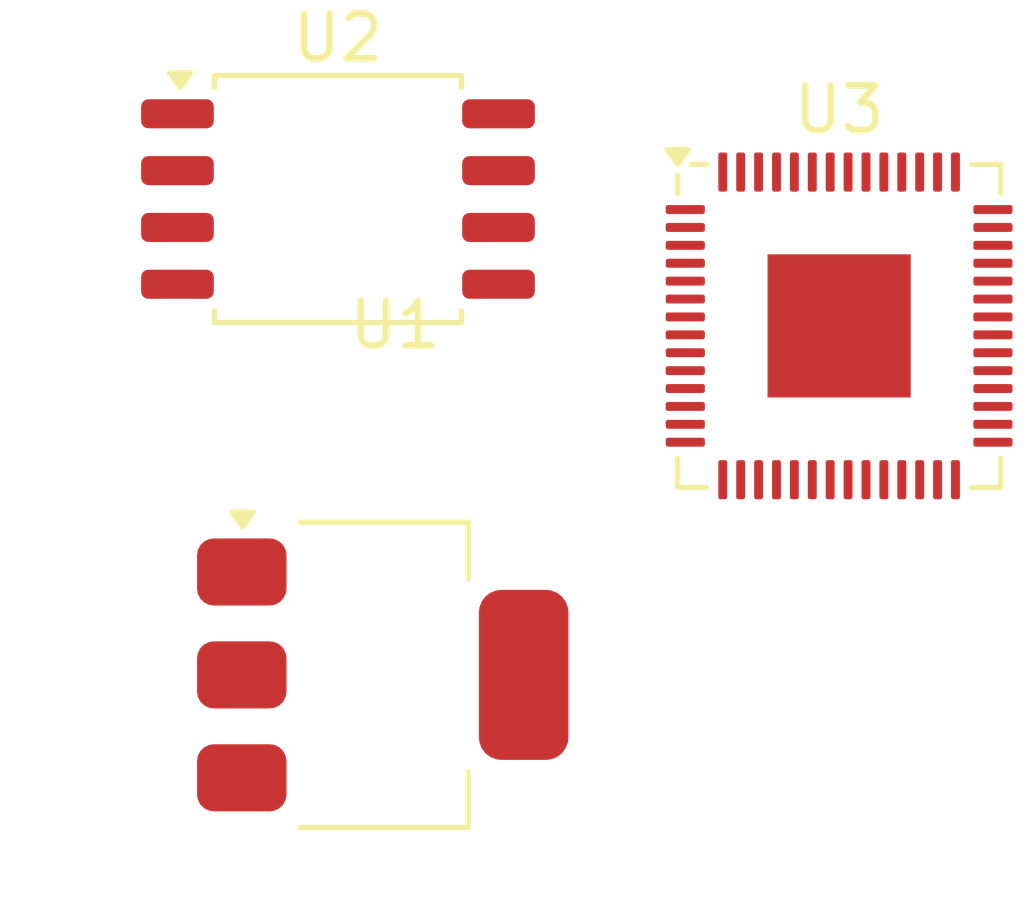
<source format=kicad_pcb>
(kicad_pcb (version 20241229) (generator "pcbnew") (generator_version "9.0")
  (layers (0 "F.Cu" signal) (2 "B.Cu" signal) (13 "F.Paste" user) (15 "B.Paste" user) (5 "F.SilkS" user "F.Silkscreen") (7 "B.SilkS" user "B.Silkscreen") (1 "F.Mask" user) (3 "B.Mask" user) (25 "Edge.Cuts" user))
  (net 0 "")
  (net 1 "VBUS")
  (net 2 "GND")
  (net 3 "+3.3V")
  (net 4 "/QSPI_SD1")
  (net 5 "/QSPI_DS3")
  (net 6 "/QSPI_SS")
  (net 7 "/QSPI_S2")
  (net 8 "/QSPI_SCLK")
  (net 9 "/QSPI_SD0")
  (net 10 "+1V1")
  (net 31 "Net-(U3-USB_DP)")
  (net 32 "Net-(U3-USB_DM)")
  (net 36 "/QSPI_SD3")
  (net 43 "/XOUT")
  (net 45 "/QSPI_SD2")
  (net 48 "/XIN")
  (footprint "Package_DFN_QFN:QFN-56-1EP_7x7mm_P0.4mm_EP3.2x3.2mm" (layer "F.Cu") (at 160.7 90.2)
    (property "Reference" "U3" (at 0 -4.83 0) (layer "F.SilkS"))
    (property "Value" "RP2040")
    (fp_line (start -3.61 -2.96) (end -3.61 -3.37) (stroke (width 0.12)) (layer "F.SilkS"))
    (fp_line (start -3.61 3.61) (end -3.61 2.96) (stroke (width 0.12)) (layer "F.SilkS"))
    (fp_line (start -2.96 -3.61) (end -3.31 -3.61) (stroke (width 0.12)) (layer "F.SilkS"))
    (fp_line (start -2.96 3.61) (end -3.61 3.61) (stroke (width 0.12)) (layer "F.SilkS"))
    (fp_line (start 2.96 -3.61) (end 3.61 -3.61) (stroke (width 0.12)) (layer "F.SilkS"))
    (fp_line (start 2.96 3.61) (end 3.61 3.61) (stroke (width 0.12)) (layer "F.SilkS"))
    (fp_line (start 3.61 -3.61) (end 3.61 -2.96) (stroke (width 0.12)) (layer "F.SilkS"))
    (fp_line (start 3.61 3.61) (end 3.61 2.96) (stroke (width 0.12)) (layer "F.SilkS"))
    (fp_poly (pts (xy -3.61 -3.61) (xy -3.85 -3.94) (xy -3.37 -3.94)) (stroke (width 0.12)) (fill yes) (layer "F.SilkS"))
    (pad "1" smd roundrect (at -3.4375 -2.6) (size 0.875 0.2) (layers "F.Cu" "F.Mask" "F.Paste") (net 3 "+3.3V"))
    (pad "2" smd roundrect (at -3.4375 -2.2) (size 0.875 0.2) (layers "F.Cu" "F.Mask" "F.Paste"))
    (pad "3" smd roundrect (at -3.4375 -1.8) (size 0.875 0.2) (layers "F.Cu" "F.Mask" "F.Paste"))
    (pad "4" smd roundrect (at -3.4375 -1.4) (size 0.875 0.2) (layers "F.Cu" "F.Mask" "F.Paste"))
    (pad "5" smd roundrect (at -3.4375 -1) (size 0.875 0.2) (layers "F.Cu" "F.Mask" "F.Paste"))
    (pad "6" smd roundrect (at -3.4375 -0.6) (size 0.875 0.2) (layers "F.Cu" "F.Mask" "F.Paste"))
    (pad "7" smd roundrect (at -3.4375 -0.2) (size 0.875 0.2) (layers "F.Cu" "F.Mask" "F.Paste"))
    (pad "8" smd roundrect (at -3.4375 0.2) (size 0.875 0.2) (layers "F.Cu" "F.Mask" "F.Paste"))
    (pad "9" smd roundrect (at -3.4375 0.6) (size 0.875 0.2) (layers "F.Cu" "F.Mask" "F.Paste"))
    (pad "10" smd roundrect (at -3.4375 1) (size 0.875 0.2) (layers "F.Cu" "F.Mask" "F.Paste") (net 3 "+3.3V"))
    (pad "11" smd roundrect (at -3.4375 1.4) (size 0.875 0.2) (layers "F.Cu" "F.Mask" "F.Paste"))
    (pad "12" smd roundrect (at -3.4375 1.8) (size 0.875 0.2) (layers "F.Cu" "F.Mask" "F.Paste"))
    (pad "13" smd roundrect (at -3.4375 2.2) (size 0.875 0.2) (layers "F.Cu" "F.Mask" "F.Paste"))
    (pad "14" smd roundrect (at -3.4375 2.6) (size 0.875 0.2) (layers "F.Cu" "F.Mask" "F.Paste"))
    (pad "15" smd roundrect (at -2.6 3.4375) (size 0.2 0.875) (layers "F.Cu" "F.Mask" "F.Paste"))
    (pad "16" smd roundrect (at -2.2 3.4375) (size 0.2 0.875) (layers "F.Cu" "F.Mask" "F.Paste"))
    (pad "17" smd roundrect (at -1.8 3.4375) (size 0.2 0.875) (layers "F.Cu" "F.Mask" "F.Paste"))
    (pad "18" smd roundrect (at -1.4 3.4375) (size 0.2 0.875) (layers "F.Cu" "F.Mask" "F.Paste"))
    (pad "19" smd roundrect (at -1 3.4375) (size 0.2 0.875) (layers "F.Cu" "F.Mask" "F.Paste") (net 2 "GND"))
    (pad "20" smd roundrect (at -0.6 3.4375) (size 0.2 0.875) (layers "F.Cu" "F.Mask" "F.Paste") (net 48 "/XIN"))
    (pad "21" smd roundrect (at -0.2 3.4375) (size 0.2 0.875) (layers "F.Cu" "F.Mask" "F.Paste") (net 43 "/XOUT"))
    (pad "22" smd roundrect (at 0.2 3.4375) (size 0.2 0.875) (layers "F.Cu" "F.Mask" "F.Paste") (net 3 "+3.3V"))
    (pad "23" smd roundrect (at 0.6 3.4375) (size 0.2 0.875) (layers "F.Cu" "F.Mask" "F.Paste") (net 10 "+1V1"))
    (pad "24" smd roundrect (at 1 3.4375) (size 0.2 0.875) (layers "F.Cu" "F.Mask" "F.Paste"))
    (pad "25" smd roundrect (at 1.4 3.4375) (size 0.2 0.875) (layers "F.Cu" "F.Mask" "F.Paste"))
    (pad "26" smd roundrect (at 1.8 3.4375) (size 0.2 0.875) (layers "F.Cu" "F.Mask" "F.Paste"))
    (pad "27" smd roundrect (at 2.2 3.4375) (size 0.2 0.875) (layers "F.Cu" "F.Mask" "F.Paste"))
    (pad "28" smd roundrect (at 2.6 3.4375) (size 0.2 0.875) (layers "F.Cu" "F.Mask" "F.Paste"))
    (pad "29" smd roundrect (at 3.4375 2.6) (size 0.875 0.2) (layers "F.Cu" "F.Mask" "F.Paste"))
    (pad "30" smd roundrect (at 3.4375 2.2) (size 0.875 0.2) (layers "F.Cu" "F.Mask" "F.Paste"))
    (pad "31" smd roundrect (at 3.4375 1.8) (size 0.875 0.2) (layers "F.Cu" "F.Mask" "F.Paste"))
    (pad "32" smd roundrect (at 3.4375 1.4) (size 0.875 0.2) (layers "F.Cu" "F.Mask" "F.Paste"))
    (pad "33" smd roundrect (at 3.4375 1) (size 0.875 0.2) (layers "F.Cu" "F.Mask" "F.Paste") (net 3 "+3.3V"))
    (pad "34" smd roundrect (at 3.4375 0.6) (size 0.875 0.2) (layers "F.Cu" "F.Mask" "F.Paste"))
    (pad "35" smd roundrect (at 3.4375 0.2) (size 0.875 0.2) (layers "F.Cu" "F.Mask" "F.Paste"))
    (pad "36" smd roundrect (at 3.4375 -0.2) (size 0.875 0.2) (layers "F.Cu" "F.Mask" "F.Paste"))
    (pad "37" smd roundrect (at 3.4375 -0.6) (size 0.875 0.2) (layers "F.Cu" "F.Mask" "F.Paste"))
    (pad "38" smd roundrect (at 3.4375 -1) (size 0.875 0.2) (layers "F.Cu" "F.Mask" "F.Paste"))
    (pad "39" smd roundrect (at 3.4375 -1.4) (size 0.875 0.2) (layers "F.Cu" "F.Mask" "F.Paste"))
    (pad "40" smd roundrect (at 3.4375 -1.8) (size 0.875 0.2) (layers "F.Cu" "F.Mask" "F.Paste"))
    (pad "41" smd roundrect (at 3.4375 -2.2) (size 0.875 0.2) (layers "F.Cu" "F.Mask" "F.Paste"))
    (pad "42" smd roundrect (at 3.4375 -2.6) (size 0.875 0.2) (layers "F.Cu" "F.Mask" "F.Paste") (net 3 "+3.3V"))
    (pad "43" smd roundrect (at 2.6 -3.4375) (size 0.2 0.875) (layers "F.Cu" "F.Mask" "F.Paste") (net 3 "+3.3V"))
    (pad "44" smd roundrect (at 2.2 -3.4375) (size 0.2 0.875) (layers "F.Cu" "F.Mask" "F.Paste") (net 3 "+3.3V"))
    (pad "45" smd roundrect (at 1.8 -3.4375) (size 0.2 0.875) (layers "F.Cu" "F.Mask" "F.Paste") (net 10 "+1V1"))
    (pad "46" smd roundrect (at 1.4 -3.4375) (size 0.2 0.875) (layers "F.Cu" "F.Mask" "F.Paste") (net 32 "Net-(U3-USB_DM)"))
    (pad "47" smd roundrect (at 1 -3.4375) (size 0.2 0.875) (layers "F.Cu" "F.Mask" "F.Paste") (net 31 "Net-(U3-USB_DP)"))
    (pad "48" smd roundrect (at 0.6 -3.4375) (size 0.2 0.875) (layers "F.Cu" "F.Mask" "F.Paste") (net 3 "+3.3V"))
    (pad "49" smd roundrect (at 0.2 -3.4375) (size 0.2 0.875) (layers "F.Cu" "F.Mask" "F.Paste") (net 3 "+3.3V"))
    (pad "50" smd roundrect (at -0.2 -3.4375) (size 0.2 0.875) (layers "F.Cu" "F.Mask" "F.Paste") (net 10 "+1V1"))
    (pad "51" smd roundrect (at -0.6 -3.4375) (size 0.2 0.875) (layers "F.Cu" "F.Mask" "F.Paste") (net 36 "/QSPI_SD3"))
    (pad "52" smd roundrect (at -1 -3.4375) (size 0.2 0.875) (layers "F.Cu" "F.Mask" "F.Paste") (net 8 "/QSPI_SCLK"))
    (pad "53" smd roundrect (at -1.4 -3.4375) (size 0.2 0.875) (layers "F.Cu" "F.Mask" "F.Paste") (net 9 "/QSPI_SD0"))
    (pad "54" smd roundrect (at -1.8 -3.4375) (size 0.2 0.875) (layers "F.Cu" "F.Mask" "F.Paste") (net 45 "/QSPI_SD2"))
    (pad "55" smd roundrect (at -2.2 -3.4375) (size 0.2 0.875) (layers "F.Cu" "F.Mask" "F.Paste") (net 4 "/QSPI_SD1"))
    (pad "56" smd roundrect (at -2.6 -3.4375) (size 0.2 0.875) (layers "F.Cu" "F.Mask" "F.Paste") (net 6 "/QSPI_SS"))
    (pad "57" smd rect (at 0 0) (size 3.2 3.2) (property pad_prop_heatsink) (layers "F.Cu" "F.Mask") (net 2 "GND"))
  )
  (footprint "Package_SO:SOIC-8_5.3x5.3mm_P1.27mm" (layer "F.Cu") (at 149.5 87.365)
    (property "Reference" "U2" (at 0 -3.6 0) (layer "F.SilkS"))
    (property "Value" "W25Q128JVS")
    (fp_line (start -2.76 -2.76) (end -2.76 -2.49) (stroke (width 0.12)) (layer "F.SilkS"))
    (fp_line (start -2.76 2.76) (end -2.76 2.49) (stroke (width 0.12)) (layer "F.SilkS"))
    (fp_line (start 0 -2.76) (end -2.76 -2.76) (stroke (width 0.12)) (layer "F.SilkS"))
    (fp_line (start 0 -2.76) (end 2.76 -2.76) (stroke (width 0.12)) (layer "F.SilkS"))
    (fp_line (start 0 2.76) (end -2.76 2.76) (stroke (width 0.12)) (layer "F.SilkS"))
    (fp_line (start 0 2.76) (end 2.76 2.76) (stroke (width 0.12)) (layer "F.SilkS"))
    (fp_line (start 2.76 -2.76) (end 2.76 -2.49) (stroke (width 0.12)) (layer "F.SilkS"))
    (fp_line (start 2.76 2.76) (end 2.76 2.49) (stroke (width 0.12)) (layer "F.SilkS"))
    (fp_poly (pts (xy -3.525 -2.49) (xy -3.765 -2.82) (xy -3.285 -2.82)) (stroke (width 0.12)) (fill yes) (layer "F.SilkS"))
    (pad "1" smd roundrect (at -3.5875 -1.905) (size 1.625 0.65) (layers "F.Cu" "F.Mask" "F.Paste") (net 6 "/QSPI_SS"))
    (pad "2" smd roundrect (at -3.5875 -0.635) (size 1.625 0.65) (layers "F.Cu" "F.Mask" "F.Paste") (net 4 "/QSPI_SD1"))
    (pad "3" smd roundrect (at -3.5875 0.635) (size 1.625 0.65) (layers "F.Cu" "F.Mask" "F.Paste") (net 7 "/QSPI_S2"))
    (pad "4" smd roundrect (at -3.5875 1.905) (size 1.625 0.65) (layers "F.Cu" "F.Mask" "F.Paste") (net 2 "GND"))
    (pad "5" smd roundrect (at 3.5875 1.905) (size 1.625 0.65) (layers "F.Cu" "F.Mask" "F.Paste") (net 9 "/QSPI_SD0"))
    (pad "6" smd roundrect (at 3.5875 0.635) (size 1.625 0.65) (layers "F.Cu" "F.Mask" "F.Paste") (net 8 "/QSPI_SCLK"))
    (pad "7" smd roundrect (at 3.5875 -0.635) (size 1.625 0.65) (layers "F.Cu" "F.Mask" "F.Paste") (net 5 "/QSPI_DS3"))
    (pad "8" smd roundrect (at 3.5875 -1.905) (size 1.625 0.65) (layers "F.Cu" "F.Mask" "F.Paste") (net 3 "+3.3V"))
  )
  (footprint "Package_TO_SOT_SMD:SOT-223-3_TabPin2" (layer "F.Cu") (at 150.5 98)
    (property "Reference" "U1" (at 0.2675 -7.82 0) (layer "F.SilkS"))
    (property "Value" "NCP1117-1.5_SOT223")
    (fp_line (start -1.85 -3.41) (end 1.91 -3.41) (stroke (width 0.12)) (layer "F.SilkS"))
    (fp_line (start -1.85 3.41) (end 1.91 3.41) (stroke (width 0.12)) (layer "F.SilkS"))
    (fp_line (start 1.91 -3.41) (end 1.91 -2.15) (stroke (width 0.12)) (layer "F.SilkS"))
    (fp_line (start 1.91 3.41) (end 1.91 2.15) (stroke (width 0.12)) (layer "F.SilkS"))
    (fp_poly (pts (xy -3.13 -3.31) (xy -3.37 -3.64) (xy -2.89 -3.64) (xy -3.13 -3.31)) (stroke (width 0.12)) (fill yes) (layer "F.SilkS"))
    (pad "1" smd roundrect (at -3.15 -2.3) (size 2 1.5) (layers "F.Cu" "F.Mask" "F.Paste") (net 2 "GND"))
    (pad "2" smd roundrect (at -3.15 0) (size 2 1.5) (layers "F.Cu" "F.Mask" "F.Paste") (net 3 "+3.3V"))
    (pad "2" smd roundrect (at 3.15 0) (size 2 3.8) (layers "F.Cu" "F.Mask" "F.Paste") (net 3 "+3.3V"))
    (pad "3" smd roundrect (at -3.15 2.3) (size 2 1.5) (layers "F.Cu" "F.Mask" "F.Paste") (net 1 "VBUS"))
  )
)
</source>
